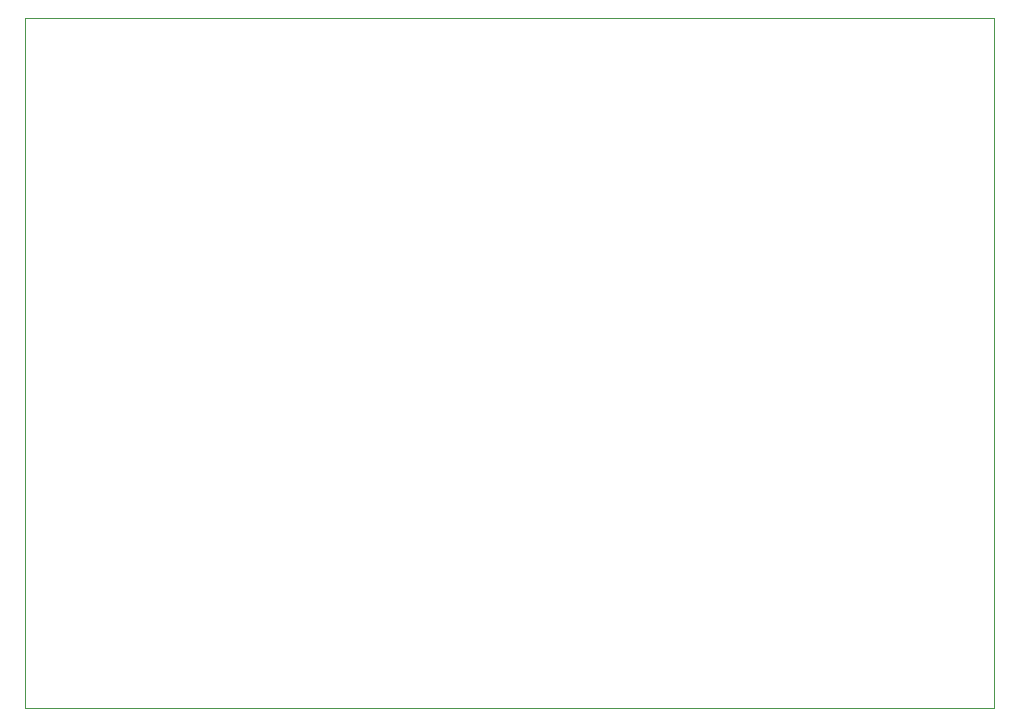
<source format=gbr>
%TF.GenerationSoftware,KiCad,Pcbnew,(5.1.9)-1*%
%TF.CreationDate,2022-09-08T11:50:57+02:00*%
%TF.ProjectId,gonogo-upduino,676f6e6f-676f-42d7-9570-6475696e6f2e,rev?*%
%TF.SameCoordinates,Original*%
%TF.FileFunction,Profile,NP*%
%FSLAX46Y46*%
G04 Gerber Fmt 4.6, Leading zero omitted, Abs format (unit mm)*
G04 Created by KiCad (PCBNEW (5.1.9)-1) date 2022-09-08 11:50:57*
%MOMM*%
%LPD*%
G01*
G04 APERTURE LIST*
%TA.AperFunction,Profile*%
%ADD10C,0.100000*%
%TD*%
G04 APERTURE END LIST*
D10*
X201930000Y-54102000D02*
X201930000Y-112522000D01*
X119888000Y-54102000D02*
X201930000Y-54102000D01*
X119888000Y-112522000D02*
X119888000Y-54102000D01*
X201930000Y-112522000D02*
X119888000Y-112522000D01*
M02*

</source>
